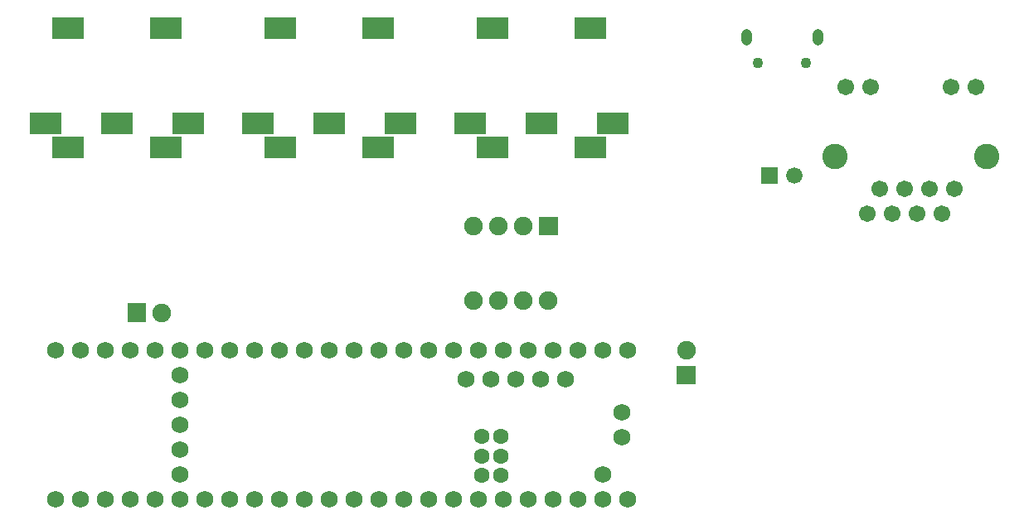
<source format=gbs>
G04 Layer: BottomSolderMaskLayer*
G04 EasyEDA v6.4.19.5, 2021-06-03T13:00:10+02:00*
G04 3a470d2b41ee429cb137c5c572919131,563db0ff5b334ec4995e7372edb549dc,10*
G04 Gerber Generator version 0.2*
G04 Scale: 100 percent, Rotated: No, Reflected: No *
G04 Dimensions in millimeters *
G04 leading zeros omitted , absolute positions ,4 integer and 5 decimal *
%FSLAX45Y45*%
%MOMM*%

%ADD37C,1.1016*%
%ADD40C,1.7016*%
%ADD41C,2.6016*%
%ADD42C,1.7272*%
%ADD43C,1.6032*%
%ADD47C,1.9000*%
%ADD51C,1.9016*%
%ADD58C,1.6764*%

%LPD*%
D37*
X9794499Y13047055D02*
G01*
X9794499Y12987055D01*
X10519516Y13047055D02*
G01*
X10519516Y12987055D01*
D40*
G01*
X11919508Y11463883D03*
G01*
X11792254Y11210137D03*
G01*
X11665508Y11463883D03*
G01*
X11538254Y11210137D03*
G01*
X11411508Y11463883D03*
G01*
X11284254Y11210137D03*
G01*
X11157508Y11463883D03*
G01*
X11030254Y11210137D03*
G01*
X12137948Y12504877D03*
G01*
X11883948Y12504877D03*
G01*
X11066068Y12504877D03*
G01*
X10812068Y12504877D03*
D41*
G01*
X12249962Y11793829D03*
G01*
X10700054Y11793829D03*
D42*
G01*
X2743200Y9817100D03*
G01*
X3251200Y9817100D03*
G01*
X3505200Y9817100D03*
G01*
X2997200Y9817100D03*
G01*
X3759200Y9817100D03*
G01*
X2997200Y8293100D03*
G01*
X2743200Y8293100D03*
G01*
X4013200Y9817100D03*
G01*
X4013200Y9563100D03*
G01*
X4013200Y9309100D03*
G01*
X4013200Y9055100D03*
G01*
X4013200Y8801100D03*
G01*
X4013200Y8547100D03*
G01*
X4013200Y8293100D03*
G01*
X3759200Y8293100D03*
G01*
X3505200Y8293100D03*
G01*
X3251200Y8293100D03*
G01*
X4267200Y9817100D03*
G01*
X4775200Y9817100D03*
G01*
X5029200Y9817100D03*
G01*
X5283200Y9817100D03*
G01*
X5537200Y9817100D03*
G01*
X5791200Y9817100D03*
G01*
X6045200Y9817100D03*
G01*
X6299200Y9817100D03*
G01*
X6553200Y9817100D03*
G01*
X6807200Y9817100D03*
G01*
X7061200Y9817100D03*
G01*
X7315200Y9817100D03*
G01*
X7569200Y9817100D03*
G01*
X7823200Y9817100D03*
G01*
X8077200Y9817100D03*
G01*
X8331200Y9817100D03*
G01*
X8585200Y9817100D03*
G01*
X8585200Y8293100D03*
G01*
X8331200Y8293100D03*
G01*
X8077200Y8293100D03*
G01*
X7823200Y8293100D03*
G01*
X7569200Y8293100D03*
G01*
X7315200Y8293100D03*
G01*
X7061200Y8293100D03*
G01*
X6807200Y8293100D03*
G01*
X6553200Y8293100D03*
G01*
X6299200Y8293100D03*
G01*
X6045200Y8293100D03*
G01*
X5791200Y8293100D03*
G01*
X5537200Y8293100D03*
G01*
X5283200Y8293100D03*
G01*
X5029200Y8293100D03*
G01*
X4775200Y8293100D03*
G01*
X4267200Y8293100D03*
G01*
X8331200Y8547100D03*
D43*
G01*
X7288199Y8733104D03*
G01*
X7088200Y8533104D03*
G01*
X7288199Y8533104D03*
D42*
G01*
X4521200Y8293100D03*
G01*
X4521200Y9817100D03*
G01*
X8524189Y9182100D03*
G01*
X8524189Y8928100D03*
G01*
X7950200Y9517100D03*
G01*
X7696200Y9517100D03*
G01*
X7442200Y9517100D03*
G01*
X7188200Y9517100D03*
G01*
X6934200Y9517100D03*
D43*
G01*
X7288199Y8933103D03*
G01*
X7088200Y8733104D03*
G01*
X7088200Y8933103D03*
D37*
G01*
X10399501Y12752057D03*
G01*
X9914514Y12752057D03*
G36*
X7541259Y12029186D02*
G01*
X7541259Y12249658D01*
X7861554Y12249658D01*
X7861554Y12029186D01*
G37*
G36*
X6811263Y12029186D02*
G01*
X6811263Y12249658D01*
X7131558Y12249658D01*
X7131558Y12029186D01*
G37*
G36*
X8271256Y12029186D02*
G01*
X8271256Y12249658D01*
X8591550Y12249658D01*
X8591550Y12029186D01*
G37*
G36*
X8041131Y11779250D02*
G01*
X8041131Y11999468D01*
X8361425Y11999468D01*
X8361425Y11779250D01*
G37*
G36*
X7041134Y11779250D02*
G01*
X7041134Y11999468D01*
X7361427Y11999468D01*
X7361427Y11779250D01*
G37*
G36*
X8041131Y12999212D02*
G01*
X8041131Y13219684D01*
X8361425Y13219684D01*
X8361425Y12999212D01*
G37*
G36*
X7041134Y12999212D02*
G01*
X7041134Y13219684D01*
X7361427Y13219684D01*
X7361427Y12999212D01*
G37*
G36*
X5373624Y12029186D02*
G01*
X5373624Y12249658D01*
X5693918Y12249658D01*
X5693918Y12029186D01*
G37*
G36*
X4643627Y12029186D02*
G01*
X4643627Y12249658D01*
X4963922Y12249658D01*
X4963922Y12029186D01*
G37*
G36*
X6103620Y12029186D02*
G01*
X6103620Y12249658D01*
X6423913Y12249658D01*
X6423913Y12029186D01*
G37*
G36*
X5873750Y11779250D02*
G01*
X5873750Y11999468D01*
X6194043Y11999468D01*
X6194043Y11779250D01*
G37*
G36*
X4873752Y11779250D02*
G01*
X4873752Y11999468D01*
X5194045Y11999468D01*
X5194045Y11779250D01*
G37*
G36*
X5873750Y12999212D02*
G01*
X5873750Y13219684D01*
X6194043Y13219684D01*
X6194043Y12999212D01*
G37*
G36*
X4873752Y12999212D02*
G01*
X4873752Y13219684D01*
X5194045Y13219684D01*
X5194045Y12999212D01*
G37*
G36*
X3206241Y12029186D02*
G01*
X3206241Y12249658D01*
X3526536Y12249658D01*
X3526536Y12029186D01*
G37*
G36*
X2476245Y12029186D02*
G01*
X2476245Y12249658D01*
X2796540Y12249658D01*
X2796540Y12029186D01*
G37*
G36*
X3936238Y12029186D02*
G01*
X3936238Y12249658D01*
X4256531Y12249658D01*
X4256531Y12029186D01*
G37*
G36*
X3706113Y11779250D02*
G01*
X3706113Y11999468D01*
X4026408Y11999468D01*
X4026408Y11779250D01*
G37*
G36*
X2706115Y11779250D02*
G01*
X2706115Y11999468D01*
X3026409Y11999468D01*
X3026409Y11779250D01*
G37*
G36*
X3706113Y12999212D02*
G01*
X3706113Y13219684D01*
X4026408Y13219684D01*
X4026408Y12999212D01*
G37*
G36*
X2706115Y12999212D02*
G01*
X2706115Y13219684D01*
X3026409Y13219684D01*
X3026409Y12999212D01*
G37*
G36*
X7677404Y10992104D02*
G01*
X7677404Y11182095D01*
X7867395Y11182095D01*
X7867395Y10992104D01*
G37*
D47*
G01*
X7518400Y11087100D03*
G01*
X7264400Y11087100D03*
G01*
X7010400Y11087100D03*
G01*
X7010400Y10325100D03*
G01*
X7264400Y10325100D03*
G01*
X7518400Y10325100D03*
G01*
X7772400Y10325100D03*
D51*
G01*
X3824503Y10200004D03*
G36*
X3475481Y10104881D02*
G01*
X3475481Y10295128D01*
X3665474Y10295128D01*
X3665474Y10104881D01*
G37*
G01*
X9179991Y9816998D03*
G36*
X9084818Y9467850D02*
G01*
X9084818Y9658095D01*
X9275063Y9658095D01*
X9275063Y9467850D01*
G37*
G36*
X9946131Y11519408D02*
G01*
X9946131Y11687047D01*
X10113772Y11687047D01*
X10113772Y11519408D01*
G37*
D58*
G01*
X10284007Y11603291D03*
M02*

</source>
